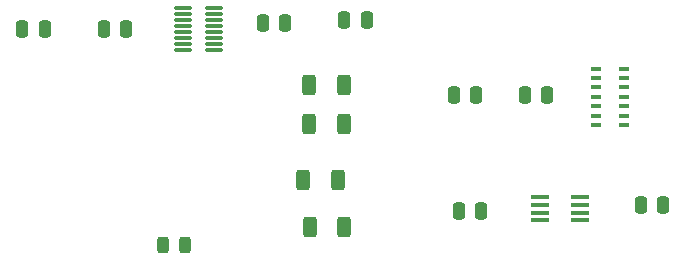
<source format=gbr>
%TF.GenerationSoftware,KiCad,Pcbnew,8.0.5*%
%TF.CreationDate,2024-11-24T20:26:59-06:00*%
%TF.ProjectId,Milestone2,4d696c65-7374-46f6-9e65-322e6b696361,rev?*%
%TF.SameCoordinates,Original*%
%TF.FileFunction,Paste,Top*%
%TF.FilePolarity,Positive*%
%FSLAX46Y46*%
G04 Gerber Fmt 4.6, Leading zero omitted, Abs format (unit mm)*
G04 Created by KiCad (PCBNEW 8.0.5) date 2024-11-24 20:26:59*
%MOMM*%
%LPD*%
G01*
G04 APERTURE LIST*
G04 Aperture macros list*
%AMRoundRect*
0 Rectangle with rounded corners*
0 $1 Rounding radius*
0 $2 $3 $4 $5 $6 $7 $8 $9 X,Y pos of 4 corners*
0 Add a 4 corners polygon primitive as box body*
4,1,4,$2,$3,$4,$5,$6,$7,$8,$9,$2,$3,0*
0 Add four circle primitives for the rounded corners*
1,1,$1+$1,$2,$3*
1,1,$1+$1,$4,$5*
1,1,$1+$1,$6,$7*
1,1,$1+$1,$8,$9*
0 Add four rect primitives between the rounded corners*
20,1,$1+$1,$2,$3,$4,$5,0*
20,1,$1+$1,$4,$5,$6,$7,0*
20,1,$1+$1,$6,$7,$8,$9,0*
20,1,$1+$1,$8,$9,$2,$3,0*%
G04 Aperture macros list end*
%ADD10RoundRect,0.250000X-0.312500X-0.625000X0.312500X-0.625000X0.312500X0.625000X-0.312500X0.625000X0*%
%ADD11RoundRect,0.250000X-0.250000X-0.475000X0.250000X-0.475000X0.250000X0.475000X-0.250000X0.475000X0*%
%ADD12RoundRect,0.087500X-0.650000X-0.087500X0.650000X-0.087500X0.650000X0.087500X-0.650000X0.087500X0*%
%ADD13RoundRect,0.243750X-0.243750X-0.456250X0.243750X-0.456250X0.243750X0.456250X-0.243750X0.456250X0*%
%ADD14R,1.600000X0.300000*%
%ADD15RoundRect,0.100000X-0.320000X-0.100000X0.320000X-0.100000X0.320000X0.100000X-0.320000X0.100000X0*%
G04 APERTURE END LIST*
D10*
%TO.C,R4*%
X154037500Y-93000000D03*
X156962500Y-93000000D03*
%TD*%
D11*
%TO.C,C2*%
X130237500Y-80250000D03*
X132137500Y-80250000D03*
%TD*%
%TO.C,C1*%
X166795000Y-85800000D03*
X168695000Y-85800000D03*
%TD*%
%TO.C,C6*%
X150587500Y-79750000D03*
X152487500Y-79750000D03*
%TD*%
D10*
%TO.C,R1*%
X154575000Y-97000000D03*
X157500000Y-97000000D03*
%TD*%
D11*
%TO.C,C8*%
X182600000Y-95150000D03*
X184500000Y-95150000D03*
%TD*%
%TO.C,C7*%
X157500000Y-79500000D03*
X159400000Y-79500000D03*
%TD*%
D10*
%TO.C,R2*%
X154537500Y-85000000D03*
X157462500Y-85000000D03*
%TD*%
D11*
%TO.C,C3*%
X172795000Y-85800000D03*
X174695000Y-85800000D03*
%TD*%
D12*
%TO.C,U2*%
X143875000Y-78500000D03*
X143875000Y-79000000D03*
X143875000Y-79500000D03*
X143875000Y-80000000D03*
X143875000Y-80500000D03*
X143875000Y-81000000D03*
X143875000Y-81500000D03*
X143875000Y-82000000D03*
X146500000Y-82000000D03*
X146500000Y-81500000D03*
X146500000Y-81000000D03*
X146500000Y-80500000D03*
X146500000Y-80000000D03*
X146500000Y-79500000D03*
X146500000Y-79000000D03*
X146500000Y-78500000D03*
%TD*%
D13*
%TO.C,D1*%
X142125000Y-98500000D03*
X144000000Y-98500000D03*
%TD*%
D11*
%TO.C,C4*%
X137137500Y-80250000D03*
X139037500Y-80250000D03*
%TD*%
D14*
%TO.C,U4*%
X174100000Y-94500000D03*
X174100000Y-95150000D03*
X174100000Y-95800000D03*
X174100000Y-96450000D03*
X177500000Y-96450000D03*
X177500000Y-95800000D03*
X177500000Y-95150000D03*
X177500000Y-94500000D03*
%TD*%
D15*
%TO.C,U3*%
X178805000Y-83600000D03*
X178805000Y-84400000D03*
X178805000Y-85200000D03*
X178805000Y-86000000D03*
X178805000Y-86800000D03*
X178805000Y-87600000D03*
X178805000Y-88400000D03*
X181195000Y-88400000D03*
X181195000Y-87600000D03*
X181195000Y-86800000D03*
X181195000Y-86000000D03*
X181195000Y-85200000D03*
X181195000Y-84400000D03*
X181195000Y-83600000D03*
%TD*%
D11*
%TO.C,C5*%
X167200000Y-95650000D03*
X169100000Y-95650000D03*
%TD*%
D10*
%TO.C,R3*%
X154537500Y-88290000D03*
X157462500Y-88290000D03*
%TD*%
M02*

</source>
